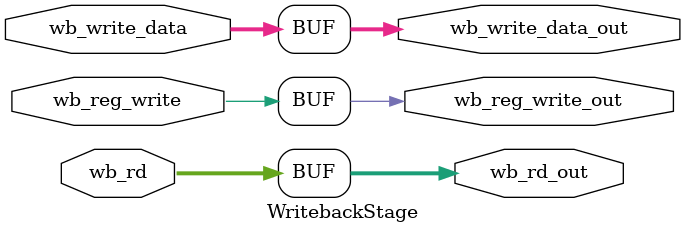
<source format=v>
module WritebackStage (
    input [31:0] wb_write_data,
    input [4:0] wb_rd,
    input wb_reg_write,
    output [31:0] wb_write_data_out,
    output [4:0] wb_rd_out,
    output wb_reg_write_out
);
    assign wb_write_data_out = wb_write_data;
    assign wb_rd_out = wb_rd;
    assign wb_reg_write_out = wb_reg_write;
endmodule
</source>
